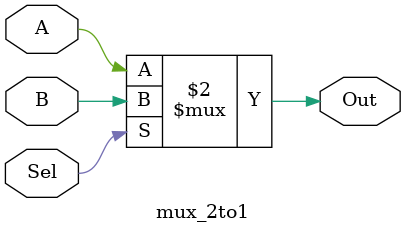
<source format=v>
module mux_2to1(
    input wire A, B,   // Data inputs
    input wire Sel,    // Select signal
    output wire Out    // Output
);

assign Out = (Sel == 1'b0) ? A : B;

endmodule

</source>
